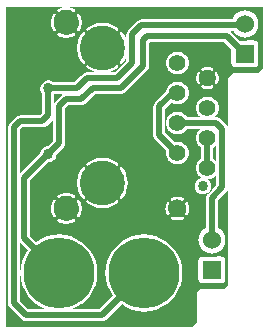
<source format=gbr>
G04 start of page 2 for group 0 idx 0 *
G04 Title: (unknown), top *
G04 Creator: pcb 1.99z *
G04 CreationDate: Wed Dec  9 06:05:37 2015 UTC *
G04 For: commonadmin *
G04 Format: Gerber/RS-274X *
G04 PCB-Dimensions (mil): 900.00 1100.00 *
G04 PCB-Coordinate-Origin: lower left *
%MOIN*%
%FSLAX25Y25*%
%LNTOP*%
%ADD24C,0.0630*%
%ADD23C,0.1280*%
%ADD22C,0.1870*%
%ADD21C,0.0354*%
%ADD20C,0.0380*%
%ADD19C,0.0350*%
%ADD18C,0.0340*%
%ADD17C,0.0827*%
%ADD16C,0.1476*%
%ADD15C,0.2362*%
%ADD14C,0.0551*%
%ADD13C,0.0600*%
%ADD12C,0.0200*%
%ADD11C,0.0001*%
G54D11*G36*
X71073Y109000D02*X86500D01*
Y88500D01*
X85000Y87000D01*
X76500D01*
X75000Y85500D01*
Y68578D01*
X74981Y68814D01*
X74908Y69120D01*
X74788Y69411D01*
X74623Y69679D01*
X74623Y69679D01*
X74419Y69919D01*
X74359Y69970D01*
X72470Y71859D01*
X72419Y71919D01*
X72179Y72123D01*
X72179Y72123D01*
X71911Y72288D01*
X71620Y72408D01*
X71314Y72481D01*
X71073Y72500D01*
Y73326D01*
X71357Y73790D01*
X71583Y74336D01*
X71721Y74911D01*
X71756Y75500D01*
X71721Y76089D01*
X71583Y76664D01*
X71357Y77210D01*
X71073Y77674D01*
Y83536D01*
X71115Y83553D01*
X71183Y83594D01*
X71243Y83644D01*
X71294Y83704D01*
X71334Y83771D01*
X71488Y84096D01*
X71606Y84436D01*
X71692Y84785D01*
X71743Y85141D01*
X71760Y85500D01*
X71743Y85859D01*
X71692Y86215D01*
X71606Y86564D01*
X71488Y86904D01*
X71338Y87231D01*
X71297Y87298D01*
X71245Y87358D01*
X71184Y87409D01*
X71117Y87450D01*
X71073Y87467D01*
Y97500D01*
X73672D01*
X76003Y95169D01*
X76014Y90265D01*
X76069Y90035D01*
X76159Y89817D01*
X76283Y89616D01*
X76436Y89436D01*
X76616Y89283D01*
X76817Y89159D01*
X77035Y89069D01*
X77265Y89014D01*
X77500Y89000D01*
X83735Y89014D01*
X83965Y89069D01*
X84183Y89159D01*
X84384Y89283D01*
X84564Y89436D01*
X84717Y89616D01*
X84841Y89817D01*
X84931Y90035D01*
X84986Y90265D01*
X85000Y90500D01*
X84986Y96735D01*
X84931Y96965D01*
X84841Y97183D01*
X84717Y97384D01*
X84564Y97564D01*
X84384Y97717D01*
X84183Y97841D01*
X83965Y97931D01*
X83735Y97986D01*
X83500Y98000D01*
X78839Y97990D01*
X75970Y100859D01*
X75919Y100919D01*
X75823Y101000D01*
X76754D01*
X76848Y100847D01*
X77308Y100308D01*
X77847Y99848D01*
X78451Y99478D01*
X79105Y99207D01*
X79794Y99042D01*
X80500Y98986D01*
X81206Y99042D01*
X81895Y99207D01*
X82549Y99478D01*
X83153Y99848D01*
X83692Y100308D01*
X84152Y100847D01*
X84522Y101451D01*
X84793Y102105D01*
X84958Y102794D01*
X85000Y103500D01*
X84958Y104206D01*
X84793Y104895D01*
X84522Y105549D01*
X84152Y106153D01*
X83692Y106692D01*
X83153Y107152D01*
X82549Y107522D01*
X81895Y107793D01*
X81206Y107958D01*
X80500Y108014D01*
X79794Y107958D01*
X79105Y107793D01*
X78451Y107522D01*
X77847Y107152D01*
X77308Y106692D01*
X76848Y106153D01*
X76478Y105549D01*
X76251Y105000D01*
X71073D01*
Y109000D01*
G37*
G36*
Y77674D02*X71048Y77714D01*
X70664Y78164D01*
X70214Y78548D01*
X69710Y78857D01*
X69164Y79083D01*
X68589Y79221D01*
X68002Y79267D01*
Y81740D01*
X68359Y81757D01*
X68715Y81808D01*
X69064Y81894D01*
X69404Y82012D01*
X69731Y82162D01*
X69798Y82203D01*
X69858Y82255D01*
X69909Y82316D01*
X69950Y82383D01*
X69980Y82457D01*
X69998Y82534D01*
X70003Y82613D01*
X69996Y82692D01*
X69977Y82769D01*
X69947Y82842D01*
X69905Y82909D01*
X69853Y82969D01*
X69792Y83020D01*
X69724Y83061D01*
X69651Y83091D01*
X69574Y83108D01*
X69495Y83114D01*
X69416Y83107D01*
X69339Y83088D01*
X69267Y83056D01*
X69029Y82943D01*
X68780Y82857D01*
X68524Y82794D01*
X68263Y82757D01*
X68002Y82744D01*
Y88256D01*
X68263Y88243D01*
X68524Y88206D01*
X68780Y88143D01*
X69029Y88057D01*
X69268Y87947D01*
X69340Y87915D01*
X69417Y87896D01*
X69495Y87889D01*
X69573Y87895D01*
X69650Y87913D01*
X69723Y87942D01*
X69790Y87983D01*
X69851Y88033D01*
X69902Y88093D01*
X69944Y88160D01*
X69974Y88232D01*
X69993Y88309D01*
X70000Y88387D01*
X69994Y88466D01*
X69977Y88542D01*
X69947Y88615D01*
X69906Y88683D01*
X69856Y88743D01*
X69796Y88794D01*
X69729Y88834D01*
X69404Y88988D01*
X69064Y89106D01*
X68715Y89192D01*
X68359Y89243D01*
X68002Y89260D01*
Y97500D01*
X71073D01*
Y87467D01*
X71043Y87480D01*
X70966Y87498D01*
X70887Y87503D01*
X70808Y87496D01*
X70731Y87477D01*
X70658Y87447D01*
X70591Y87405D01*
X70531Y87353D01*
X70480Y87292D01*
X70439Y87224D01*
X70409Y87151D01*
X70392Y87074D01*
X70386Y86995D01*
X70393Y86916D01*
X70412Y86839D01*
X70444Y86767D01*
X70557Y86529D01*
X70643Y86280D01*
X70706Y86024D01*
X70743Y85763D01*
X70756Y85500D01*
X70743Y85237D01*
X70706Y84976D01*
X70643Y84720D01*
X70557Y84471D01*
X70447Y84232D01*
X70415Y84160D01*
X70396Y84083D01*
X70389Y84005D01*
X70395Y83927D01*
X70413Y83850D01*
X70442Y83777D01*
X70483Y83710D01*
X70533Y83649D01*
X70593Y83598D01*
X70660Y83556D01*
X70732Y83526D01*
X70809Y83507D01*
X70887Y83500D01*
X70966Y83506D01*
X71042Y83523D01*
X71073Y83536D01*
Y77674D01*
G37*
G36*
Y72500D02*X71000Y72506D01*
X70922Y72500D01*
X70271D01*
X70664Y72836D01*
X71048Y73286D01*
X71073Y73326D01*
Y72500D01*
G37*
G36*
X68002Y109000D02*X71073D01*
Y105000D01*
X68002D01*
Y109000D01*
G37*
G36*
X64927Y73326D02*X64952Y73286D01*
X65336Y72836D01*
X65729Y72500D01*
X64927D01*
Y73326D01*
G37*
G36*
X68002Y79267D02*X68000Y79267D01*
X67411Y79221D01*
X66836Y79083D01*
X66290Y78857D01*
X65786Y78548D01*
X65336Y78164D01*
X64952Y77714D01*
X64927Y77674D01*
Y83533D01*
X64957Y83520D01*
X65034Y83502D01*
X65113Y83497D01*
X65192Y83504D01*
X65269Y83523D01*
X65342Y83553D01*
X65409Y83595D01*
X65469Y83647D01*
X65520Y83708D01*
X65561Y83776D01*
X65591Y83849D01*
X65608Y83926D01*
X65614Y84005D01*
X65607Y84084D01*
X65588Y84161D01*
X65556Y84233D01*
X65443Y84471D01*
X65357Y84720D01*
X65294Y84976D01*
X65257Y85237D01*
X65244Y85500D01*
X65257Y85763D01*
X65294Y86024D01*
X65357Y86280D01*
X65443Y86529D01*
X65553Y86768D01*
X65585Y86840D01*
X65604Y86917D01*
X65611Y86995D01*
X65605Y87073D01*
X65587Y87150D01*
X65558Y87223D01*
X65517Y87290D01*
X65467Y87351D01*
X65407Y87402D01*
X65340Y87444D01*
X65268Y87474D01*
X65191Y87493D01*
X65113Y87500D01*
X65034Y87494D01*
X64958Y87477D01*
X64927Y87464D01*
Y97500D01*
X68002D01*
Y89260D01*
X68000Y89260D01*
X67641Y89243D01*
X67285Y89192D01*
X66936Y89106D01*
X66596Y88988D01*
X66269Y88838D01*
X66202Y88797D01*
X66142Y88745D01*
X66091Y88684D01*
X66050Y88617D01*
X66020Y88543D01*
X66002Y88466D01*
X65997Y88387D01*
X66004Y88308D01*
X66023Y88231D01*
X66053Y88158D01*
X66095Y88091D01*
X66147Y88031D01*
X66208Y87980D01*
X66276Y87939D01*
X66349Y87909D01*
X66426Y87892D01*
X66505Y87886D01*
X66584Y87893D01*
X66661Y87912D01*
X66733Y87944D01*
X66971Y88057D01*
X67220Y88143D01*
X67476Y88206D01*
X67737Y88243D01*
X68000Y88256D01*
X68002Y88256D01*
Y82744D01*
X68000Y82744D01*
X67737Y82757D01*
X67476Y82794D01*
X67220Y82857D01*
X66971Y82943D01*
X66732Y83053D01*
X66660Y83085D01*
X66583Y83104D01*
X66505Y83111D01*
X66427Y83105D01*
X66350Y83087D01*
X66277Y83058D01*
X66210Y83017D01*
X66149Y82967D01*
X66098Y82907D01*
X66056Y82840D01*
X66026Y82768D01*
X66007Y82691D01*
X66000Y82613D01*
X66006Y82534D01*
X66023Y82458D01*
X66053Y82385D01*
X66094Y82317D01*
X66144Y82257D01*
X66204Y82206D01*
X66271Y82166D01*
X66596Y82012D01*
X66936Y81894D01*
X67285Y81808D01*
X67641Y81757D01*
X68000Y81740D01*
X68002Y81740D01*
Y79267D01*
G37*
G36*
X64927Y77674D02*X64643Y77210D01*
X64417Y76664D01*
X64279Y76089D01*
X64233Y75500D01*
X64279Y74911D01*
X64417Y74336D01*
X64643Y73790D01*
X64927Y73326D01*
Y72500D01*
X61179D01*
X61048Y72714D01*
X60664Y73164D01*
X60214Y73548D01*
X59710Y73857D01*
X59164Y74083D01*
X58589Y74221D01*
X58000Y74267D01*
X57411Y74221D01*
X56836Y74083D01*
X56290Y73857D01*
X55875Y73603D01*
Y77046D01*
X56092Y77264D01*
X56290Y77143D01*
X56836Y76917D01*
X57411Y76779D01*
X58000Y76733D01*
X58589Y76779D01*
X59164Y76917D01*
X59710Y77143D01*
X60214Y77452D01*
X60664Y77836D01*
X61048Y78286D01*
X61357Y78790D01*
X61583Y79336D01*
X61721Y79911D01*
X61756Y80500D01*
X61721Y81089D01*
X61583Y81664D01*
X61357Y82210D01*
X61048Y82714D01*
X60664Y83164D01*
X60214Y83548D01*
X59710Y83857D01*
X59164Y84083D01*
X58589Y84221D01*
X58000Y84267D01*
X57411Y84221D01*
X56836Y84083D01*
X56290Y83857D01*
X55875Y83603D01*
Y87397D01*
X56290Y87143D01*
X56836Y86917D01*
X57411Y86779D01*
X58000Y86733D01*
X58589Y86779D01*
X59164Y86917D01*
X59710Y87143D01*
X60214Y87452D01*
X60664Y87836D01*
X61048Y88286D01*
X61357Y88790D01*
X61583Y89336D01*
X61721Y89911D01*
X61756Y90500D01*
X61721Y91089D01*
X61583Y91664D01*
X61357Y92210D01*
X61048Y92714D01*
X60664Y93164D01*
X60214Y93548D01*
X59710Y93857D01*
X59164Y94083D01*
X58589Y94221D01*
X58000Y94267D01*
X57411Y94221D01*
X56836Y94083D01*
X56290Y93857D01*
X55875Y93603D01*
Y97500D01*
X64927D01*
Y87464D01*
X64885Y87447D01*
X64817Y87406D01*
X64757Y87356D01*
X64706Y87296D01*
X64666Y87229D01*
X64512Y86904D01*
X64394Y86564D01*
X64308Y86215D01*
X64257Y85859D01*
X64240Y85500D01*
X64257Y85141D01*
X64308Y84785D01*
X64394Y84436D01*
X64512Y84096D01*
X64662Y83769D01*
X64703Y83702D01*
X64755Y83642D01*
X64816Y83591D01*
X64883Y83550D01*
X64927Y83533D01*
Y77674D01*
G37*
G36*
X55875Y109000D02*X68002D01*
Y105000D01*
X55875D01*
Y109000D01*
G37*
G36*
X69500Y26986D02*X70206Y27042D01*
X70895Y27207D01*
X71549Y27478D01*
X72153Y27848D01*
X72692Y28308D01*
X73152Y28847D01*
X73522Y29451D01*
X73793Y30105D01*
X73958Y30794D01*
X74000Y31500D01*
X73958Y32206D01*
X73793Y32895D01*
X73522Y33549D01*
X73152Y34153D01*
X72692Y34692D01*
X72153Y35152D01*
X71549Y35522D01*
X71500Y35542D01*
Y44672D01*
X74359Y47530D01*
X74419Y47581D01*
X74623Y47820D01*
X74623Y47821D01*
X74788Y48089D01*
X74908Y48380D01*
X74981Y48686D01*
X75000Y48922D01*
Y16500D01*
X73500Y15000D01*
X69500D01*
Y17007D01*
X72735Y17014D01*
X72965Y17069D01*
X73183Y17159D01*
X73384Y17283D01*
X73564Y17436D01*
X73717Y17616D01*
X73841Y17817D01*
X73931Y18035D01*
X73986Y18265D01*
X74000Y18500D01*
X73986Y24735D01*
X73931Y24965D01*
X73841Y25183D01*
X73717Y25384D01*
X73564Y25564D01*
X73384Y25717D01*
X73183Y25841D01*
X72965Y25931D01*
X72735Y25986D01*
X72500Y26000D01*
X69500Y25993D01*
Y26986D01*
G37*
G36*
Y52056D02*X69710Y52143D01*
X70214Y52452D01*
X70664Y52836D01*
X71000Y53229D01*
Y49828D01*
X69500Y48328D01*
Y52056D01*
G37*
G36*
X66000Y62321D02*Y58679D01*
X65786Y58548D01*
X65336Y58164D01*
X64952Y57714D01*
X64643Y57210D01*
X64417Y56664D01*
X64279Y56089D01*
X64233Y55500D01*
X64279Y54911D01*
X64417Y54336D01*
X64643Y53790D01*
X64952Y53286D01*
X65336Y52836D01*
X65786Y52452D01*
X66219Y52186D01*
X66076Y52175D01*
X65663Y52076D01*
X65270Y51913D01*
X64908Y51691D01*
X64585Y51415D01*
X64309Y51092D01*
X64087Y50730D01*
X63924Y50337D01*
X63825Y49924D01*
X63792Y49500D01*
X63825Y49076D01*
X63924Y48663D01*
X64087Y48270D01*
X64309Y47908D01*
X64585Y47585D01*
X64908Y47309D01*
X65270Y47087D01*
X65663Y46924D01*
X66076Y46825D01*
X66500Y46792D01*
X66924Y46825D01*
X67337Y46924D01*
X67730Y47087D01*
X68092Y47309D01*
X68415Y47585D01*
X68691Y47908D01*
X68913Y48270D01*
X69076Y48663D01*
X69175Y49076D01*
X69200Y49500D01*
X69175Y49924D01*
X69076Y50337D01*
X68913Y50730D01*
X68691Y51092D01*
X68415Y51415D01*
X68092Y51691D01*
X68022Y51734D01*
X68589Y51779D01*
X69164Y51917D01*
X69500Y52056D01*
Y48328D01*
X68141Y46970D01*
X68081Y46919D01*
X67877Y46679D01*
X67712Y46411D01*
X67592Y46120D01*
X67519Y45814D01*
X67519Y45814D01*
X67494Y45500D01*
X67500Y45422D01*
Y35542D01*
X67451Y35522D01*
X66847Y35152D01*
X66308Y34692D01*
X65848Y34153D01*
X65478Y33549D01*
X65207Y32895D01*
X65042Y32206D01*
X64986Y31500D01*
X65042Y30794D01*
X65207Y30105D01*
X65478Y29451D01*
X65848Y28847D01*
X66308Y28308D01*
X66847Y27848D01*
X67451Y27478D01*
X68105Y27207D01*
X68794Y27042D01*
X69500Y26986D01*
Y25993D01*
X66265Y25986D01*
X66035Y25931D01*
X65817Y25841D01*
X65616Y25717D01*
X65436Y25564D01*
X65283Y25384D01*
X65159Y25183D01*
X65069Y24965D01*
X65014Y24735D01*
X65000Y24500D01*
X65014Y18265D01*
X65069Y18035D01*
X65159Y17817D01*
X65283Y17616D01*
X65436Y17436D01*
X65616Y17283D01*
X65817Y17159D01*
X66035Y17069D01*
X66265Y17014D01*
X66500Y17000D01*
X69500Y17007D01*
Y15000D01*
X65500D01*
X64500Y14000D01*
Y4000D01*
X63000Y2500D01*
X61284D01*
Y39869D01*
X61287Y39870D01*
X61355Y39909D01*
X61416Y39958D01*
X61469Y40017D01*
X61511Y40083D01*
X61674Y40408D01*
X61803Y40748D01*
X61901Y41098D01*
X61967Y41456D01*
X62000Y41818D01*
Y42182D01*
X61967Y42544D01*
X61901Y42902D01*
X61803Y43252D01*
X61674Y43592D01*
X61515Y43919D01*
X61472Y43985D01*
X61419Y44044D01*
X61357Y44094D01*
X61288Y44133D01*
X61284Y44135D01*
Y58670D01*
X61357Y58790D01*
X61583Y59336D01*
X61721Y59911D01*
X61756Y60500D01*
X61721Y61089D01*
X61583Y61664D01*
X61357Y62210D01*
X61284Y62330D01*
Y68500D01*
X65729D01*
X65336Y68164D01*
X64952Y67714D01*
X64643Y67210D01*
X64417Y66664D01*
X64279Y66089D01*
X64233Y65500D01*
X64279Y64911D01*
X64417Y64336D01*
X64643Y63790D01*
X64952Y63286D01*
X65336Y62836D01*
X65786Y62452D01*
X66000Y62321D01*
G37*
G36*
X61284Y62330D02*X61048Y62714D01*
X60664Y63164D01*
X60214Y63548D01*
X59710Y63857D01*
X59164Y64083D01*
X58589Y64221D01*
X58000Y64267D01*
X57411Y64221D01*
X57166Y64162D01*
X55875Y65454D01*
Y67397D01*
X56290Y67143D01*
X56836Y66917D01*
X57411Y66779D01*
X58000Y66733D01*
X58589Y66779D01*
X59164Y66917D01*
X59710Y67143D01*
X60214Y67452D01*
X60664Y67836D01*
X61048Y68286D01*
X61179Y68500D01*
X61284D01*
Y62330D01*
G37*
G36*
Y2500D02*X55875D01*
Y11364D01*
X55933Y11413D01*
X57243Y12947D01*
X58296Y14666D01*
X59068Y16529D01*
X59539Y18490D01*
X59657Y20500D01*
X59539Y22510D01*
X59068Y24471D01*
X58296Y26334D01*
X57243Y28053D01*
X55933Y29587D01*
X55875Y29636D01*
Y38704D01*
X55909Y38645D01*
X55958Y38584D01*
X56017Y38531D01*
X56083Y38489D01*
X56408Y38326D01*
X56748Y38197D01*
X57098Y38099D01*
X57456Y38033D01*
X57818Y38000D01*
X58182D01*
X58544Y38033D01*
X58902Y38099D01*
X59252Y38197D01*
X59592Y38326D01*
X59919Y38485D01*
X59985Y38528D01*
X60044Y38581D01*
X60094Y38643D01*
X60133Y38712D01*
X60161Y38786D01*
X60177Y38863D01*
X60181Y38942D01*
X60173Y39021D01*
X60152Y39097D01*
X60120Y39170D01*
X60077Y39236D01*
X60024Y39295D01*
X59962Y39344D01*
X59893Y39384D01*
X59819Y39412D01*
X59742Y39428D01*
X59663Y39432D01*
X59584Y39424D01*
X59507Y39403D01*
X59436Y39370D01*
X59193Y39247D01*
X58938Y39150D01*
X58676Y39077D01*
X58408Y39028D01*
X58136Y39003D01*
X57864D01*
X57592Y39028D01*
X57324Y39077D01*
X57062Y39150D01*
X56807Y39247D01*
X56563Y39367D01*
X56491Y39400D01*
X56415Y39421D01*
X56337Y39429D01*
X56259Y39425D01*
X56182Y39409D01*
X56108Y39381D01*
X56040Y39342D01*
X55979Y39293D01*
X55926Y39234D01*
X55883Y39168D01*
X55875Y39151D01*
Y44842D01*
X55880Y44830D01*
X55923Y44764D01*
X55976Y44705D01*
X56038Y44656D01*
X56107Y44616D01*
X56181Y44588D01*
X56258Y44572D01*
X56337Y44568D01*
X56416Y44576D01*
X56493Y44597D01*
X56564Y44630D01*
X56807Y44753D01*
X57062Y44850D01*
X57324Y44923D01*
X57592Y44972D01*
X57864Y44997D01*
X58136D01*
X58408Y44972D01*
X58676Y44923D01*
X58938Y44850D01*
X59193Y44753D01*
X59437Y44633D01*
X59509Y44600D01*
X59584Y44579D01*
X59663Y44571D01*
X59741Y44575D01*
X59818Y44591D01*
X59892Y44619D01*
X59960Y44658D01*
X60021Y44707D01*
X60074Y44766D01*
X60117Y44832D01*
X60149Y44904D01*
X60170Y44980D01*
X60178Y45058D01*
X60174Y45136D01*
X60158Y45213D01*
X60130Y45287D01*
X60091Y45355D01*
X60042Y45416D01*
X59983Y45469D01*
X59917Y45511D01*
X59592Y45674D01*
X59252Y45803D01*
X58902Y45901D01*
X58544Y45967D01*
X58182Y46000D01*
X57818D01*
X57456Y45967D01*
X57098Y45901D01*
X56748Y45803D01*
X56408Y45674D01*
X56081Y45515D01*
X56015Y45472D01*
X55956Y45419D01*
X55906Y45357D01*
X55875Y45302D01*
Y57397D01*
X56290Y57143D01*
X56836Y56917D01*
X57411Y56779D01*
X58000Y56733D01*
X58589Y56779D01*
X59164Y56917D01*
X59710Y57143D01*
X60214Y57452D01*
X60664Y57836D01*
X61048Y58286D01*
X61284Y58670D01*
Y44135D01*
X61214Y44161D01*
X61137Y44177D01*
X61058Y44181D01*
X60979Y44173D01*
X60903Y44152D01*
X60830Y44120D01*
X60764Y44077D01*
X60705Y44024D01*
X60656Y43962D01*
X60616Y43893D01*
X60588Y43819D01*
X60572Y43742D01*
X60568Y43663D01*
X60576Y43584D01*
X60597Y43507D01*
X60630Y43436D01*
X60753Y43193D01*
X60850Y42938D01*
X60923Y42676D01*
X60972Y42408D01*
X60997Y42136D01*
Y41864D01*
X60972Y41592D01*
X60923Y41324D01*
X60850Y41062D01*
X60753Y40807D01*
X60633Y40563D01*
X60600Y40491D01*
X60579Y40416D01*
X60571Y40337D01*
X60575Y40259D01*
X60591Y40182D01*
X60619Y40108D01*
X60658Y40040D01*
X60707Y39979D01*
X60766Y39926D01*
X60832Y39883D01*
X60904Y39851D01*
X60980Y39830D01*
X61058Y39822D01*
X61136Y39826D01*
X61213Y39842D01*
X61284Y39869D01*
Y2500D01*
G37*
G36*
X54716Y88670D02*X54952Y88286D01*
X55336Y87836D01*
X55786Y87452D01*
X55875Y87397D01*
Y83603D01*
X55786Y83548D01*
X55336Y83164D01*
X54952Y82714D01*
X54716Y82330D01*
Y88670D01*
G37*
G36*
Y97500D02*X55875D01*
Y93603D01*
X55786Y93548D01*
X55336Y93164D01*
X54952Y92714D01*
X54716Y92330D01*
Y97500D01*
G37*
G36*
Y58670D02*X54952Y58286D01*
X55336Y57836D01*
X55786Y57452D01*
X55875Y57397D01*
Y45302D01*
X55867Y45288D01*
X55839Y45214D01*
X55823Y45137D01*
X55819Y45058D01*
X55827Y44979D01*
X55848Y44903D01*
X55875Y44842D01*
Y39151D01*
X55851Y39096D01*
X55830Y39020D01*
X55822Y38942D01*
X55826Y38864D01*
X55842Y38787D01*
X55870Y38713D01*
X55875Y38704D01*
Y29636D01*
X54716Y30626D01*
Y39865D01*
X54786Y39839D01*
X54863Y39823D01*
X54942Y39819D01*
X55021Y39827D01*
X55097Y39848D01*
X55170Y39880D01*
X55236Y39923D01*
X55295Y39976D01*
X55344Y40038D01*
X55384Y40107D01*
X55412Y40181D01*
X55428Y40258D01*
X55432Y40337D01*
X55424Y40416D01*
X55403Y40493D01*
X55370Y40564D01*
X55247Y40807D01*
X55150Y41062D01*
X55077Y41324D01*
X55028Y41592D01*
X55003Y41864D01*
Y42136D01*
X55028Y42408D01*
X55077Y42676D01*
X55150Y42938D01*
X55247Y43193D01*
X55367Y43437D01*
X55400Y43509D01*
X55421Y43585D01*
X55429Y43663D01*
X55425Y43741D01*
X55409Y43818D01*
X55381Y43892D01*
X55342Y43960D01*
X55293Y44021D01*
X55234Y44074D01*
X55168Y44117D01*
X55096Y44149D01*
X55020Y44170D01*
X54942Y44178D01*
X54864Y44174D01*
X54787Y44158D01*
X54716Y44131D01*
Y58670D01*
G37*
G36*
X40054Y52668D02*X40205Y52107D01*
X40318Y51469D01*
X40375Y50824D01*
Y50176D01*
X40318Y49531D01*
X40205Y48893D01*
X40054Y48332D01*
Y52668D01*
G37*
G36*
X54285Y81113D02*X50641Y77470D01*
X50581Y77419D01*
X50377Y77179D01*
X50212Y76911D01*
X50092Y76620D01*
X50019Y76314D01*
X50019Y76314D01*
X49994Y76000D01*
X50000Y75922D01*
Y66578D01*
X49994Y66500D01*
X50019Y66186D01*
X50074Y65954D01*
X50092Y65880D01*
X50127Y65795D01*
X50212Y65589D01*
X50377Y65321D01*
X50377Y65321D01*
X50581Y65081D01*
X50641Y65030D01*
X54338Y61334D01*
X54279Y61089D01*
X54233Y60500D01*
X54279Y59911D01*
X54417Y59336D01*
X54643Y58790D01*
X54716Y58670D01*
Y44131D01*
X54713Y44130D01*
X54645Y44091D01*
X54584Y44042D01*
X54531Y43983D01*
X54489Y43917D01*
X54326Y43592D01*
X54197Y43252D01*
X54099Y42902D01*
X54033Y42544D01*
X54000Y42182D01*
Y41818D01*
X54033Y41456D01*
X54099Y41098D01*
X54197Y40748D01*
X54326Y40408D01*
X54485Y40081D01*
X54528Y40015D01*
X54581Y39956D01*
X54643Y39906D01*
X54712Y39867D01*
X54716Y39865D01*
Y30626D01*
X54400Y30896D01*
X52680Y31950D01*
X50817Y32722D01*
X48857Y33192D01*
X46846Y33351D01*
X44836Y33192D01*
X42875Y32722D01*
X41012Y31950D01*
X40054Y31362D01*
Y45958D01*
X40060Y45967D01*
X40431Y46604D01*
X40744Y47271D01*
X40997Y47962D01*
X41189Y48673D01*
X41317Y49398D01*
X41382Y50132D01*
Y50868D01*
X41317Y51602D01*
X41189Y52327D01*
X40997Y53038D01*
X40744Y53729D01*
X40431Y54396D01*
X40060Y55033D01*
X40054Y55042D01*
Y80418D01*
X40161Y80462D01*
X40429Y80627D01*
X40669Y80831D01*
X40720Y80891D01*
X47859Y88030D01*
X47919Y88081D01*
X48123Y88320D01*
X48123Y88321D01*
X48288Y88589D01*
X48408Y88880D01*
X48481Y89186D01*
X48506Y89500D01*
X48500Y89578D01*
Y97172D01*
X48828Y97500D01*
X54716D01*
Y92330D01*
X54643Y92210D01*
X54417Y91664D01*
X54279Y91089D01*
X54233Y90500D01*
X54279Y89911D01*
X54417Y89336D01*
X54643Y88790D01*
X54716Y88670D01*
Y82330D01*
X54643Y82210D01*
X54417Y81664D01*
X54285Y81113D01*
G37*
G36*
X40054Y31362D02*X39293Y30896D01*
X37760Y29587D01*
X36450Y28053D01*
X35397Y26334D01*
X34625Y24471D01*
X34154Y22510D01*
X33996Y20500D01*
X34154Y18490D01*
X34625Y16529D01*
X35397Y14666D01*
X36450Y12947D01*
X36528Y12856D01*
X33004Y9332D01*
Y42118D01*
X33368D01*
X34102Y42183D01*
X34827Y42311D01*
X35538Y42503D01*
X36229Y42756D01*
X36896Y43069D01*
X37533Y43440D01*
X38134Y43864D01*
X38194Y43918D01*
X38244Y43980D01*
X38283Y44049D01*
X38312Y44124D01*
X38328Y44202D01*
X38332Y44282D01*
X38323Y44361D01*
X38302Y44438D01*
X38269Y44511D01*
X38226Y44578D01*
X38172Y44637D01*
X38110Y44687D01*
X38040Y44726D01*
X37966Y44755D01*
X37888Y44771D01*
X37808Y44775D01*
X37729Y44766D01*
X37652Y44745D01*
X37579Y44712D01*
X37513Y44667D01*
X36988Y44288D01*
X36428Y43962D01*
X35841Y43687D01*
X35233Y43464D01*
X34607Y43295D01*
X33969Y43182D01*
X33324Y43125D01*
X33004D01*
Y57875D01*
X33324D01*
X33969Y57818D01*
X34607Y57705D01*
X35233Y57536D01*
X35841Y57313D01*
X36428Y57038D01*
X36988Y56712D01*
X37517Y56338D01*
X37582Y56294D01*
X37654Y56262D01*
X37730Y56241D01*
X37808Y56232D01*
X37887Y56236D01*
X37964Y56252D01*
X38037Y56280D01*
X38106Y56319D01*
X38167Y56369D01*
X38220Y56427D01*
X38263Y56493D01*
X38295Y56564D01*
X38316Y56640D01*
X38325Y56719D01*
X38321Y56797D01*
X38305Y56874D01*
X38277Y56948D01*
X38238Y57016D01*
X38189Y57078D01*
X38129Y57129D01*
X37533Y57560D01*
X36896Y57931D01*
X36229Y58244D01*
X35538Y58497D01*
X34827Y58689D01*
X34102Y58817D01*
X33368Y58882D01*
X33004D01*
Y80250D01*
X39172D01*
X39250Y80244D01*
X39564Y80269D01*
X39564Y80269D01*
X39870Y80342D01*
X40054Y80418D01*
Y55042D01*
X39636Y55634D01*
X39582Y55694D01*
X39520Y55744D01*
X39451Y55783D01*
X39376Y55812D01*
X39298Y55828D01*
X39218Y55832D01*
X39139Y55823D01*
X39062Y55802D01*
X38989Y55769D01*
X38922Y55726D01*
X38863Y55672D01*
X38813Y55610D01*
X38774Y55540D01*
X38745Y55466D01*
X38729Y55388D01*
X38725Y55308D01*
X38734Y55229D01*
X38755Y55152D01*
X38788Y55079D01*
X38833Y55013D01*
X39212Y54488D01*
X39538Y53928D01*
X39813Y53341D01*
X40036Y52733D01*
X40054Y52668D01*
Y48332D01*
X40036Y48267D01*
X39813Y47659D01*
X39538Y47072D01*
X39212Y46512D01*
X38838Y45983D01*
X38794Y45918D01*
X38762Y45846D01*
X38741Y45770D01*
X38732Y45692D01*
X38736Y45613D01*
X38752Y45536D01*
X38780Y45463D01*
X38819Y45394D01*
X38869Y45333D01*
X38927Y45280D01*
X38993Y45237D01*
X39064Y45205D01*
X39140Y45184D01*
X39219Y45175D01*
X39297Y45179D01*
X39374Y45195D01*
X39448Y45223D01*
X39516Y45262D01*
X39578Y45311D01*
X39629Y45371D01*
X40054Y45958D01*
Y31362D01*
G37*
G36*
X33004Y9332D02*X32172Y8500D01*
X25946D01*
Y10038D01*
X26053Y10104D01*
X27587Y11413D01*
X28896Y12947D01*
X29950Y14666D01*
X30722Y16529D01*
X31192Y18490D01*
X31311Y20500D01*
X31192Y22510D01*
X30722Y24471D01*
X29950Y26334D01*
X28896Y28053D01*
X27587Y29587D01*
X26053Y30896D01*
X25946Y30962D01*
Y40689D01*
X26008Y40919D01*
X26087Y41362D01*
X26126Y41810D01*
Y42261D01*
X26087Y42709D01*
X26008Y43152D01*
X25946Y43381D01*
Y45958D01*
X26364Y45366D01*
X26418Y45306D01*
X26480Y45256D01*
X26549Y45217D01*
X26624Y45188D01*
X26702Y45172D01*
X26782Y45168D01*
X26861Y45177D01*
X26938Y45198D01*
X27011Y45231D01*
X27078Y45274D01*
X27137Y45328D01*
X27187Y45390D01*
X27226Y45460D01*
X27255Y45534D01*
X27271Y45612D01*
X27275Y45692D01*
X27266Y45771D01*
X27245Y45848D01*
X27212Y45921D01*
X27167Y45987D01*
X26788Y46512D01*
X26462Y47072D01*
X26187Y47659D01*
X25964Y48267D01*
X25946Y48332D01*
Y52668D01*
X25964Y52733D01*
X26187Y53341D01*
X26462Y53928D01*
X26788Y54488D01*
X27162Y55017D01*
X27206Y55082D01*
X27238Y55154D01*
X27259Y55230D01*
X27268Y55308D01*
X27264Y55387D01*
X27248Y55464D01*
X27220Y55537D01*
X27181Y55606D01*
X27131Y55667D01*
X27073Y55720D01*
X27007Y55763D01*
X26936Y55795D01*
X26860Y55816D01*
X26781Y55825D01*
X26703Y55821D01*
X26626Y55805D01*
X26552Y55777D01*
X26484Y55738D01*
X26422Y55689D01*
X26371Y55629D01*
X25946Y55042D01*
Y76498D01*
X26000Y76494D01*
X26314Y76519D01*
X26314Y76519D01*
X26620Y76592D01*
X26911Y76712D01*
X27179Y76877D01*
X27419Y77081D01*
X27470Y77141D01*
X30578Y80250D01*
X33004D01*
Y58882D01*
X32632D01*
X31898Y58817D01*
X31173Y58689D01*
X30462Y58497D01*
X29771Y58244D01*
X29104Y57931D01*
X28467Y57560D01*
X27866Y57136D01*
X27806Y57082D01*
X27756Y57020D01*
X27717Y56951D01*
X27688Y56876D01*
X27672Y56798D01*
X27668Y56718D01*
X27677Y56639D01*
X27698Y56562D01*
X27731Y56489D01*
X27774Y56422D01*
X27828Y56363D01*
X27890Y56313D01*
X27960Y56274D01*
X28034Y56245D01*
X28112Y56229D01*
X28192Y56225D01*
X28271Y56234D01*
X28348Y56255D01*
X28421Y56288D01*
X28487Y56333D01*
X29012Y56712D01*
X29572Y57038D01*
X30159Y57313D01*
X30767Y57536D01*
X31393Y57705D01*
X32031Y57818D01*
X32676Y57875D01*
X33004D01*
Y43125D01*
X32676D01*
X32031Y43182D01*
X31393Y43295D01*
X30767Y43464D01*
X30159Y43687D01*
X29572Y43962D01*
X29012Y44288D01*
X28483Y44662D01*
X28418Y44706D01*
X28346Y44738D01*
X28270Y44759D01*
X28192Y44768D01*
X28113Y44764D01*
X28036Y44748D01*
X27963Y44720D01*
X27894Y44681D01*
X27833Y44631D01*
X27780Y44573D01*
X27737Y44507D01*
X27705Y44436D01*
X27684Y44360D01*
X27675Y44281D01*
X27679Y44203D01*
X27695Y44126D01*
X27723Y44052D01*
X27762Y43984D01*
X27811Y43922D01*
X27871Y43871D01*
X28467Y43440D01*
X29104Y43069D01*
X29771Y42756D01*
X30462Y42503D01*
X31173Y42311D01*
X31898Y42183D01*
X32632Y42118D01*
X33004D01*
Y9332D01*
G37*
G36*
X25946Y48332D02*X25795Y48893D01*
X25682Y49531D01*
X25625Y50176D01*
Y50824D01*
X25682Y51469D01*
X25795Y52107D01*
X25946Y52668D01*
Y48332D01*
G37*
G36*
Y30962D02*X24334Y31950D01*
X22471Y32722D01*
X20994Y33076D01*
Y36902D01*
X21217D01*
X21666Y36941D01*
X22109Y37019D01*
X22544Y37136D01*
X22966Y37291D01*
X23374Y37482D01*
X23763Y37708D01*
X23827Y37755D01*
X23882Y37813D01*
X23927Y37878D01*
X23962Y37949D01*
X23985Y38025D01*
X23996Y38104D01*
X23994Y38183D01*
X23980Y38261D01*
X23954Y38336D01*
X23917Y38406D01*
X23869Y38469D01*
X23812Y38524D01*
X23747Y38569D01*
X23675Y38604D01*
X23599Y38627D01*
X23521Y38638D01*
X23441Y38636D01*
X23363Y38622D01*
X23288Y38596D01*
X23219Y38558D01*
X22908Y38372D01*
X22580Y38219D01*
X22240Y38094D01*
X21891Y38000D01*
X21534Y37937D01*
X21173Y37906D01*
X20994D01*
Y46165D01*
X21173D01*
X21534Y46134D01*
X21891Y46070D01*
X22240Y45976D01*
X22580Y45852D01*
X22908Y45698D01*
X23221Y45517D01*
X23290Y45478D01*
X23364Y45452D01*
X23442Y45439D01*
X23521Y45437D01*
X23599Y45448D01*
X23674Y45471D01*
X23745Y45505D01*
X23809Y45550D01*
X23866Y45604D01*
X23913Y45667D01*
X23951Y45737D01*
X23976Y45811D01*
X23990Y45888D01*
X23992Y45967D01*
X23981Y46045D01*
X23958Y46120D01*
X23924Y46191D01*
X23879Y46256D01*
X23824Y46313D01*
X23761Y46359D01*
X23374Y46589D01*
X22966Y46780D01*
X22544Y46934D01*
X22109Y47051D01*
X21666Y47130D01*
X21217Y47169D01*
X20994D01*
Y75666D01*
X21828Y76500D01*
X25922D01*
X25946Y76498D01*
Y55042D01*
X25940Y55033D01*
X25569Y54396D01*
X25256Y53729D01*
X25003Y53038D01*
X24811Y52327D01*
X24683Y51602D01*
X24618Y50868D01*
Y50132D01*
X24683Y49398D01*
X24811Y48673D01*
X25003Y47962D01*
X25256Y47271D01*
X25569Y46604D01*
X25940Y45967D01*
X25946Y45958D01*
Y43381D01*
X25891Y43587D01*
X25737Y44010D01*
X25546Y44417D01*
X25320Y44807D01*
X25272Y44870D01*
X25215Y44925D01*
X25150Y44971D01*
X25079Y45005D01*
X25003Y45028D01*
X24924Y45039D01*
X24845Y45038D01*
X24767Y45024D01*
X24692Y44998D01*
X24622Y44960D01*
X24559Y44912D01*
X24504Y44855D01*
X24458Y44790D01*
X24424Y44719D01*
X24401Y44643D01*
X24390Y44564D01*
X24391Y44485D01*
X24405Y44407D01*
X24431Y44332D01*
X24470Y44263D01*
X24655Y43952D01*
X24809Y43624D01*
X24933Y43284D01*
X25027Y42934D01*
X25090Y42577D01*
X25122Y42217D01*
Y41854D01*
X25090Y41494D01*
X25027Y41137D01*
X24933Y40787D01*
X24809Y40447D01*
X24655Y40119D01*
X24473Y39806D01*
X24435Y39738D01*
X24409Y39663D01*
X24395Y39586D01*
X24394Y39507D01*
X24404Y39429D01*
X24427Y39354D01*
X24462Y39283D01*
X24507Y39218D01*
X24561Y39162D01*
X24624Y39114D01*
X24693Y39077D01*
X24768Y39051D01*
X24845Y39037D01*
X24924Y39036D01*
X25002Y39047D01*
X25077Y39069D01*
X25148Y39104D01*
X25212Y39149D01*
X25269Y39203D01*
X25315Y39267D01*
X25546Y39653D01*
X25737Y40061D01*
X25891Y40484D01*
X25946Y40689D01*
Y30962D01*
G37*
G36*
X20994Y33076D02*X20510Y33192D01*
X18500Y33351D01*
X16726Y33211D01*
Y39187D01*
X16769Y39146D01*
X16834Y39100D01*
X16906Y39066D01*
X16982Y39043D01*
X17060Y39032D01*
X17140Y39033D01*
X17218Y39047D01*
X17293Y39073D01*
X17362Y39111D01*
X17426Y39159D01*
X17481Y39216D01*
X17526Y39281D01*
X17561Y39352D01*
X17584Y39428D01*
X17595Y39507D01*
X17593Y39586D01*
X17579Y39664D01*
X17553Y39739D01*
X17514Y39808D01*
X17329Y40119D01*
X17176Y40447D01*
X17051Y40787D01*
X16957Y41137D01*
X16894Y41494D01*
X16862Y41854D01*
Y42217D01*
X16894Y42577D01*
X16957Y42934D01*
X17051Y43284D01*
X17176Y43624D01*
X17329Y43952D01*
X17511Y44265D01*
X17549Y44333D01*
X17575Y44408D01*
X17589Y44485D01*
X17591Y44564D01*
X17580Y44642D01*
X17557Y44717D01*
X17523Y44788D01*
X17478Y44853D01*
X17423Y44909D01*
X17360Y44957D01*
X17291Y44994D01*
X17217Y45020D01*
X17139Y45034D01*
X17060Y45035D01*
X16982Y45024D01*
X16907Y45002D01*
X16836Y44967D01*
X16772Y44922D01*
X16726Y44879D01*
Y58124D01*
X16915Y58285D01*
X17191Y58608D01*
X17413Y58970D01*
X17576Y59363D01*
X17675Y59776D01*
X17692Y60064D01*
X19859Y62230D01*
X19919Y62281D01*
X20123Y62520D01*
X20123Y62521D01*
X20288Y62789D01*
X20408Y63080D01*
X20481Y63386D01*
X20506Y63700D01*
X20500Y63778D01*
Y75172D01*
X20994Y75666D01*
Y47169D01*
X20767D01*
X20319Y47130D01*
X19875Y47051D01*
X19441Y46934D01*
X19018Y46780D01*
X18610Y46589D01*
X18221Y46363D01*
X18157Y46316D01*
X18102Y46258D01*
X18057Y46193D01*
X18022Y46122D01*
X17999Y46046D01*
X17988Y45967D01*
X17990Y45888D01*
X18004Y45810D01*
X18030Y45735D01*
X18067Y45665D01*
X18115Y45602D01*
X18172Y45547D01*
X18238Y45502D01*
X18309Y45467D01*
X18385Y45444D01*
X18463Y45433D01*
X18543Y45435D01*
X18621Y45449D01*
X18696Y45475D01*
X18765Y45513D01*
X19076Y45698D01*
X19404Y45852D01*
X19744Y45976D01*
X20094Y46070D01*
X20450Y46134D01*
X20811Y46165D01*
X20994D01*
Y37906D01*
X20811D01*
X20450Y37937D01*
X20094Y38000D01*
X19744Y38094D01*
X19404Y38219D01*
X19076Y38372D01*
X18763Y38554D01*
X18694Y38593D01*
X18620Y38618D01*
X18542Y38632D01*
X18464Y38634D01*
X18386Y38623D01*
X18310Y38600D01*
X18240Y38566D01*
X18175Y38521D01*
X18118Y38466D01*
X18071Y38404D01*
X18034Y38334D01*
X18008Y38260D01*
X17994Y38182D01*
X17992Y38104D01*
X18003Y38026D01*
X18026Y37950D01*
X18060Y37880D01*
X18105Y37815D01*
X18160Y37758D01*
X18223Y37712D01*
X18610Y37482D01*
X19018Y37291D01*
X19441Y37136D01*
X19875Y37019D01*
X20319Y36941D01*
X20767Y36902D01*
X20994D01*
Y33076D01*
G37*
G36*
X16726Y33211D02*X16490Y33192D01*
X14529Y32722D01*
X12666Y31950D01*
X10947Y30896D01*
X10939Y30890D01*
X9000Y32828D01*
Y51372D01*
X15130Y57502D01*
X15424Y57525D01*
X15837Y57624D01*
X16230Y57787D01*
X16592Y58009D01*
X16726Y58124D01*
Y44879D01*
X16715Y44868D01*
X16669Y44804D01*
X16439Y44417D01*
X16248Y44010D01*
X16093Y43587D01*
X15976Y43152D01*
X15898Y42709D01*
X15858Y42261D01*
Y41810D01*
X15898Y41362D01*
X15976Y40919D01*
X16093Y40484D01*
X16248Y40061D01*
X16439Y39653D01*
X16665Y39264D01*
X16712Y39201D01*
X16726Y39187D01*
Y33211D01*
G37*
G36*
X25946Y8500D02*X23006D01*
X24334Y9050D01*
X25946Y10038D01*
Y8500D01*
G37*
G36*
X55875Y73603D02*X55786Y73548D01*
X55336Y73164D01*
X54952Y72714D01*
X54643Y72210D01*
X54417Y71664D01*
X54279Y71089D01*
X54233Y70500D01*
X54279Y69911D01*
X54417Y69336D01*
X54643Y68790D01*
X54952Y68286D01*
X55336Y67836D01*
X55786Y67452D01*
X55875Y67397D01*
Y65454D01*
X54000Y67328D01*
Y75172D01*
X55875Y77046D01*
Y73603D01*
G37*
G36*
X32996Y109000D02*X55875D01*
Y105000D01*
X46078D01*
X46000Y105006D01*
X45686Y104981D01*
X45380Y104908D01*
X45089Y104788D01*
X44821Y104623D01*
X44820Y104623D01*
X44581Y104419D01*
X44530Y104359D01*
X41641Y101470D01*
X41581Y101419D01*
X41377Y101179D01*
X41212Y100911D01*
X41092Y100620D01*
X41019Y100314D01*
X41019Y100314D01*
X40994Y100000D01*
X41000Y99922D01*
Y98026D01*
X40997Y98038D01*
X40744Y98729D01*
X40431Y99396D01*
X40060Y100033D01*
X39636Y100634D01*
X39582Y100694D01*
X39520Y100744D01*
X39451Y100783D01*
X39376Y100812D01*
X39298Y100828D01*
X39218Y100832D01*
X39139Y100823D01*
X39062Y100802D01*
X38989Y100769D01*
X38922Y100726D01*
X38863Y100672D01*
X38813Y100610D01*
X38774Y100540D01*
X38745Y100466D01*
X38729Y100388D01*
X38725Y100308D01*
X38734Y100229D01*
X38755Y100152D01*
X38788Y100079D01*
X38833Y100013D01*
X39212Y99488D01*
X39538Y98928D01*
X39813Y98341D01*
X40036Y97733D01*
X40205Y97107D01*
X40318Y96469D01*
X40375Y95824D01*
Y95176D01*
X40318Y94531D01*
X40205Y93893D01*
X40036Y93267D01*
X39813Y92659D01*
X39538Y92072D01*
X39212Y91512D01*
X38838Y90983D01*
X38794Y90918D01*
X38762Y90846D01*
X38741Y90770D01*
X38732Y90692D01*
X38736Y90613D01*
X38752Y90536D01*
X38780Y90463D01*
X38819Y90394D01*
X38869Y90333D01*
X38927Y90280D01*
X38993Y90237D01*
X39064Y90205D01*
X39140Y90184D01*
X39219Y90175D01*
X39297Y90179D01*
X39374Y90195D01*
X39448Y90223D01*
X39516Y90262D01*
X39578Y90311D01*
X39629Y90371D01*
X40060Y90967D01*
X40431Y91604D01*
X40744Y92271D01*
X40997Y92962D01*
X41000Y92974D01*
Y91328D01*
X37172Y87500D01*
X35526D01*
X35538Y87503D01*
X36229Y87756D01*
X36896Y88069D01*
X37533Y88440D01*
X38134Y88864D01*
X38194Y88918D01*
X38244Y88980D01*
X38283Y89049D01*
X38312Y89124D01*
X38328Y89202D01*
X38332Y89282D01*
X38323Y89361D01*
X38302Y89438D01*
X38269Y89511D01*
X38226Y89578D01*
X38172Y89637D01*
X38110Y89687D01*
X38040Y89726D01*
X37966Y89755D01*
X37888Y89771D01*
X37808Y89775D01*
X37729Y89766D01*
X37652Y89745D01*
X37579Y89712D01*
X37513Y89667D01*
X36988Y89288D01*
X36428Y88962D01*
X35841Y88687D01*
X35233Y88464D01*
X34607Y88295D01*
X33969Y88182D01*
X33324Y88125D01*
X32996D01*
Y102875D01*
X33324D01*
X33969Y102818D01*
X34607Y102705D01*
X35233Y102536D01*
X35841Y102313D01*
X36428Y102038D01*
X36988Y101712D01*
X37517Y101338D01*
X37582Y101294D01*
X37654Y101262D01*
X37730Y101241D01*
X37808Y101232D01*
X37887Y101236D01*
X37964Y101252D01*
X38037Y101280D01*
X38106Y101319D01*
X38167Y101369D01*
X38220Y101427D01*
X38263Y101493D01*
X38295Y101564D01*
X38316Y101640D01*
X38325Y101719D01*
X38321Y101797D01*
X38305Y101874D01*
X38277Y101948D01*
X38238Y102016D01*
X38189Y102078D01*
X38129Y102129D01*
X37533Y102560D01*
X36896Y102931D01*
X36229Y103244D01*
X35538Y103497D01*
X34827Y103689D01*
X34102Y103817D01*
X33368Y103882D01*
X32996D01*
Y109000D01*
G37*
G36*
X55875Y2500D02*X32996D01*
Y4494D01*
X33000Y4494D01*
X33314Y4519D01*
X33620Y4592D01*
X33911Y4712D01*
X34179Y4877D01*
X34419Y5081D01*
X34470Y5141D01*
X39379Y10051D01*
X41012Y9050D01*
X42875Y8278D01*
X44836Y7808D01*
X46846Y7649D01*
X48857Y7808D01*
X50817Y8278D01*
X52680Y9050D01*
X54400Y10104D01*
X55875Y11364D01*
Y2500D01*
G37*
G36*
X25946Y109000D02*X32996D01*
Y103882D01*
X32632D01*
X31898Y103817D01*
X31173Y103689D01*
X30462Y103497D01*
X29771Y103244D01*
X29104Y102931D01*
X28467Y102560D01*
X27866Y102136D01*
X27806Y102082D01*
X27756Y102020D01*
X27717Y101951D01*
X27688Y101876D01*
X27672Y101798D01*
X27668Y101718D01*
X27677Y101639D01*
X27698Y101562D01*
X27731Y101489D01*
X27774Y101422D01*
X27828Y101363D01*
X27890Y101313D01*
X27960Y101274D01*
X28034Y101245D01*
X28112Y101229D01*
X28192Y101225D01*
X28271Y101234D01*
X28348Y101255D01*
X28421Y101288D01*
X28487Y101333D01*
X29012Y101712D01*
X29572Y102038D01*
X30159Y102313D01*
X30767Y102536D01*
X31393Y102705D01*
X32031Y102818D01*
X32676Y102875D01*
X32996D01*
Y88125D01*
X32676D01*
X32031Y88182D01*
X31393Y88295D01*
X30767Y88464D01*
X30159Y88687D01*
X29572Y88962D01*
X29012Y89288D01*
X28483Y89662D01*
X28418Y89706D01*
X28346Y89738D01*
X28270Y89759D01*
X28192Y89768D01*
X28113Y89764D01*
X28036Y89748D01*
X27963Y89720D01*
X27894Y89681D01*
X27833Y89631D01*
X27780Y89573D01*
X27737Y89507D01*
X27705Y89436D01*
X27684Y89360D01*
X27675Y89281D01*
X27679Y89203D01*
X27695Y89126D01*
X27723Y89052D01*
X27762Y88984D01*
X27811Y88922D01*
X27871Y88871D01*
X28467Y88440D01*
X29104Y88069D01*
X29771Y87756D01*
X30462Y87503D01*
X30474Y87500D01*
X28078D01*
X28000Y87506D01*
X27686Y87481D01*
X27380Y87408D01*
X27089Y87288D01*
X26821Y87123D01*
X26821Y87123D01*
X26581Y86919D01*
X26530Y86859D01*
X25946Y86275D01*
Y90958D01*
X26364Y90366D01*
X26418Y90306D01*
X26480Y90256D01*
X26549Y90217D01*
X26624Y90188D01*
X26702Y90172D01*
X26782Y90168D01*
X26861Y90177D01*
X26938Y90198D01*
X27011Y90231D01*
X27078Y90274D01*
X27137Y90328D01*
X27187Y90390D01*
X27226Y90460D01*
X27255Y90534D01*
X27271Y90612D01*
X27275Y90692D01*
X27266Y90771D01*
X27245Y90848D01*
X27212Y90921D01*
X27167Y90987D01*
X26788Y91512D01*
X26462Y92072D01*
X26187Y92659D01*
X25964Y93267D01*
X25946Y93332D01*
Y97668D01*
X25964Y97733D01*
X26187Y98341D01*
X26462Y98928D01*
X26788Y99488D01*
X27162Y100017D01*
X27206Y100082D01*
X27238Y100154D01*
X27259Y100230D01*
X27268Y100308D01*
X27264Y100387D01*
X27248Y100464D01*
X27220Y100537D01*
X27181Y100606D01*
X27131Y100667D01*
X27073Y100720D01*
X27007Y100763D01*
X26936Y100795D01*
X26860Y100816D01*
X26781Y100825D01*
X26703Y100821D01*
X26626Y100805D01*
X26552Y100777D01*
X26484Y100738D01*
X26422Y100689D01*
X26371Y100629D01*
X25946Y100042D01*
Y102697D01*
X26008Y102927D01*
X26087Y103370D01*
X26126Y103818D01*
Y104268D01*
X26087Y104717D01*
X26008Y105160D01*
X25946Y105389D01*
Y109000D01*
G37*
G36*
X32996Y2500D02*X25946D01*
Y4500D01*
X32922D01*
X32996Y4494D01*
Y2500D01*
G37*
G36*
X25946Y93332D02*X25795Y93893D01*
X25682Y94531D01*
X25625Y95176D01*
Y95824D01*
X25682Y96469D01*
X25795Y97107D01*
X25946Y97668D01*
Y93332D01*
G37*
G36*
X20994Y108173D02*X21173D01*
X21534Y108142D01*
X21891Y108078D01*
X22240Y107984D01*
X22580Y107860D01*
X22908Y107706D01*
X23221Y107525D01*
X23290Y107486D01*
X23364Y107460D01*
X23442Y107446D01*
X23521Y107445D01*
X23599Y107456D01*
X23674Y107478D01*
X23745Y107513D01*
X23809Y107558D01*
X23866Y107612D01*
X23913Y107675D01*
X23951Y107744D01*
X23976Y107819D01*
X23990Y107896D01*
X23992Y107975D01*
X23981Y108053D01*
X23958Y108128D01*
X23924Y108199D01*
X23879Y108264D01*
X23824Y108320D01*
X23761Y108367D01*
X23374Y108597D01*
X22966Y108788D01*
X22544Y108942D01*
X22329Y109000D01*
X25946D01*
Y105389D01*
X25891Y105595D01*
X25737Y106018D01*
X25546Y106425D01*
X25320Y106815D01*
X25272Y106878D01*
X25215Y106933D01*
X25150Y106978D01*
X25079Y107013D01*
X25003Y107036D01*
X24924Y107047D01*
X24845Y107045D01*
X24767Y107031D01*
X24692Y107005D01*
X24622Y106968D01*
X24559Y106920D01*
X24504Y106863D01*
X24458Y106798D01*
X24424Y106726D01*
X24401Y106651D01*
X24390Y106572D01*
X24391Y106493D01*
X24405Y106415D01*
X24431Y106340D01*
X24470Y106271D01*
X24655Y105959D01*
X24809Y105632D01*
X24933Y105291D01*
X25027Y104942D01*
X25090Y104585D01*
X25122Y104224D01*
Y103862D01*
X25090Y103501D01*
X25027Y103145D01*
X24933Y102795D01*
X24809Y102455D01*
X24655Y102127D01*
X24473Y101814D01*
X24435Y101745D01*
X24409Y101671D01*
X24395Y101594D01*
X24394Y101515D01*
X24404Y101437D01*
X24427Y101362D01*
X24462Y101291D01*
X24507Y101226D01*
X24561Y101169D01*
X24624Y101122D01*
X24693Y101085D01*
X24768Y101059D01*
X24845Y101045D01*
X24924Y101044D01*
X25002Y101054D01*
X25077Y101077D01*
X25148Y101112D01*
X25212Y101157D01*
X25269Y101211D01*
X25315Y101275D01*
X25546Y101661D01*
X25737Y102069D01*
X25891Y102492D01*
X25946Y102697D01*
Y100042D01*
X25940Y100033D01*
X25569Y99396D01*
X25256Y98729D01*
X25003Y98038D01*
X24811Y97327D01*
X24683Y96602D01*
X24618Y95868D01*
Y95132D01*
X24683Y94398D01*
X24811Y93673D01*
X25003Y92962D01*
X25256Y92271D01*
X25569Y91604D01*
X25940Y90967D01*
X25946Y90958D01*
Y86275D01*
X23672Y84000D01*
X20994D01*
Y98909D01*
X21217D01*
X21666Y98949D01*
X22109Y99027D01*
X22544Y99144D01*
X22966Y99299D01*
X23374Y99490D01*
X23763Y99716D01*
X23827Y99763D01*
X23882Y99820D01*
X23927Y99886D01*
X23962Y99957D01*
X23985Y100033D01*
X23996Y100111D01*
X23994Y100191D01*
X23980Y100269D01*
X23954Y100344D01*
X23917Y100414D01*
X23869Y100477D01*
X23812Y100532D01*
X23747Y100577D01*
X23675Y100612D01*
X23599Y100635D01*
X23521Y100646D01*
X23441Y100644D01*
X23363Y100630D01*
X23288Y100604D01*
X23219Y100565D01*
X22908Y100380D01*
X22580Y100227D01*
X22240Y100102D01*
X21891Y100008D01*
X21534Y99945D01*
X21173Y99913D01*
X20994D01*
Y108173D01*
G37*
G36*
X25946Y2500D02*X20994D01*
Y4500D01*
X25946D01*
Y2500D01*
G37*
G36*
X16726Y109000D02*X19655D01*
X19441Y108942D01*
X19018Y108788D01*
X18610Y108597D01*
X18221Y108371D01*
X18157Y108323D01*
X18102Y108266D01*
X18057Y108201D01*
X18022Y108130D01*
X17999Y108054D01*
X17988Y107975D01*
X17990Y107896D01*
X18004Y107818D01*
X18030Y107743D01*
X18067Y107673D01*
X18115Y107610D01*
X18172Y107555D01*
X18238Y107509D01*
X18309Y107475D01*
X18385Y107452D01*
X18463Y107441D01*
X18543Y107442D01*
X18621Y107456D01*
X18696Y107482D01*
X18765Y107521D01*
X19076Y107706D01*
X19404Y107860D01*
X19744Y107984D01*
X20094Y108078D01*
X20450Y108142D01*
X20811Y108173D01*
X20994D01*
Y99913D01*
X20811D01*
X20450Y99945D01*
X20094Y100008D01*
X19744Y100102D01*
X19404Y100227D01*
X19076Y100380D01*
X18763Y100562D01*
X18694Y100601D01*
X18620Y100626D01*
X18542Y100640D01*
X18464Y100642D01*
X18386Y100631D01*
X18310Y100608D01*
X18240Y100574D01*
X18175Y100529D01*
X18118Y100474D01*
X18071Y100412D01*
X18034Y100342D01*
X18008Y100268D01*
X17994Y100190D01*
X17992Y100112D01*
X18003Y100034D01*
X18026Y99958D01*
X18060Y99888D01*
X18105Y99823D01*
X18160Y99766D01*
X18223Y99720D01*
X18610Y99490D01*
X19018Y99299D01*
X19441Y99144D01*
X19875Y99027D01*
X20319Y98949D01*
X20767Y98909D01*
X20994D01*
Y84000D01*
X16816D01*
X16726Y84076D01*
Y101195D01*
X16769Y101153D01*
X16834Y101108D01*
X16906Y101074D01*
X16982Y101051D01*
X17060Y101040D01*
X17140Y101041D01*
X17218Y101055D01*
X17293Y101081D01*
X17362Y101119D01*
X17426Y101166D01*
X17481Y101224D01*
X17526Y101289D01*
X17561Y101360D01*
X17584Y101436D01*
X17595Y101515D01*
X17593Y101594D01*
X17579Y101672D01*
X17553Y101747D01*
X17514Y101816D01*
X17329Y102127D01*
X17176Y102455D01*
X17051Y102795D01*
X16957Y103145D01*
X16894Y103501D01*
X16862Y103862D01*
Y104224D01*
X16894Y104585D01*
X16957Y104942D01*
X17051Y105291D01*
X17176Y105632D01*
X17329Y105959D01*
X17511Y106273D01*
X17549Y106341D01*
X17575Y106416D01*
X17589Y106493D01*
X17591Y106572D01*
X17580Y106650D01*
X17557Y106725D01*
X17523Y106796D01*
X17478Y106860D01*
X17423Y106917D01*
X17360Y106965D01*
X17291Y107002D01*
X17217Y107028D01*
X17139Y107041D01*
X17060Y107043D01*
X16982Y107032D01*
X16907Y107009D01*
X16836Y106975D01*
X16772Y106930D01*
X16726Y106886D01*
Y109000D01*
G37*
G36*
X20994Y2500D02*X16726D01*
Y4500D01*
X20994D01*
Y2500D01*
G37*
G36*
X16726D02*X1000D01*
Y109000D01*
X16726D01*
Y106886D01*
X16715Y106876D01*
X16669Y106812D01*
X16439Y106425D01*
X16248Y106018D01*
X16093Y105595D01*
X15976Y105160D01*
X15898Y104717D01*
X15858Y104268D01*
Y103818D01*
X15898Y103370D01*
X15976Y102927D01*
X16093Y102492D01*
X16248Y102069D01*
X16439Y101661D01*
X16665Y101272D01*
X16712Y101208D01*
X16726Y101195D01*
Y84076D01*
X16592Y84191D01*
X16230Y84413D01*
X15837Y84576D01*
X15424Y84675D01*
X15000Y84708D01*
X14576Y84675D01*
X14163Y84576D01*
X13770Y84413D01*
X13408Y84191D01*
X13085Y83915D01*
X12809Y83592D01*
X12587Y83230D01*
X12424Y82837D01*
X12325Y82424D01*
X12292Y82000D01*
X12325Y81576D01*
X12424Y81163D01*
X12587Y80770D01*
X12809Y80408D01*
X13000Y80184D01*
Y73828D01*
X12172Y73000D01*
X5578D01*
X5500Y73006D01*
X5186Y72981D01*
X4880Y72908D01*
X4589Y72788D01*
X4321Y72623D01*
X4320Y72623D01*
X4081Y72419D01*
X4030Y72359D01*
X2141Y70470D01*
X2081Y70419D01*
X1877Y70179D01*
X1712Y69911D01*
X1592Y69620D01*
X1519Y69314D01*
X1519Y69314D01*
X1494Y69000D01*
X1500Y68922D01*
Y10578D01*
X1494Y10500D01*
X1519Y10186D01*
X1574Y9954D01*
X1592Y9880D01*
X1627Y9795D01*
X1712Y9589D01*
X1877Y9321D01*
X1877Y9321D01*
X2081Y9081D01*
X2141Y9030D01*
X6030Y5141D01*
X6081Y5081D01*
X6321Y4877D01*
X6321Y4877D01*
X6589Y4712D01*
X6880Y4592D01*
X7186Y4519D01*
X7500Y4494D01*
X7578Y4500D01*
X16726D01*
Y2500D01*
G37*
G36*
X75000Y68422D02*Y49078D01*
X75000Y49078D01*
Y68422D01*
X75000Y68422D01*
G37*
G36*
X16500Y64528D02*X14870Y62898D01*
X14576Y62875D01*
X14163Y62776D01*
X13770Y62613D01*
X13408Y62391D01*
X13085Y62115D01*
X12809Y61792D01*
X12587Y61430D01*
X12424Y61037D01*
X12325Y60624D01*
X12302Y60330D01*
X5641Y53670D01*
X5581Y53619D01*
X5500Y53523D01*
Y68172D01*
X6328Y69000D01*
X12922D01*
X13000Y68994D01*
X13314Y69019D01*
X13620Y69092D01*
X13911Y69212D01*
X14179Y69377D01*
X14419Y69581D01*
X14470Y69641D01*
X16359Y71530D01*
X16419Y71581D01*
X16500Y71677D01*
Y64528D01*
G37*
G36*
X17141Y77470D02*X17081Y77419D01*
X17000Y77323D01*
Y80000D01*
X19677D01*
X19581Y79919D01*
X19530Y79859D01*
X17141Y77470D01*
G37*
G36*
X70000Y58679D02*Y62321D01*
X70214Y62452D01*
X70664Y62836D01*
X71000Y63229D01*
Y57771D01*
X70664Y58164D01*
X70214Y58548D01*
X70000Y58679D01*
G37*
G36*
X13994Y8500D02*X8328D01*
X5500Y11328D01*
Y30677D01*
X5581Y30581D01*
X5641Y30530D01*
X8110Y28061D01*
X8104Y28053D01*
X7050Y26334D01*
X6278Y24471D01*
X5808Y22510D01*
X5649Y20500D01*
X5808Y18490D01*
X6278Y16529D01*
X7050Y14666D01*
X8104Y12947D01*
X9413Y11413D01*
X10947Y10104D01*
X12666Y9050D01*
X13994Y8500D01*
G37*
G54D12*X13000Y71000D02*X15000Y73000D01*
X3500Y10500D02*Y69000D01*
X5500Y71000D01*
X13000D01*
X7000Y32000D02*Y52200D01*
Y52000D02*Y52200D01*
X18500Y76000D02*Y63700D01*
X7000Y52200D02*X18500Y63700D01*
X33000Y6500D02*X7500D01*
X3500Y10500D01*
X46846Y20346D02*X33000Y6500D01*
X18500Y20500D02*X7000Y32000D01*
X18500Y20500D02*Y21000D01*
X48500Y22154D02*X46846Y20500D01*
X18500D02*X25500D01*
X68000Y65500D02*Y55500D01*
X67500D02*X68000Y55000D01*
X56500Y80500D02*X52000Y76000D01*
Y66500D01*
X58000Y60500D01*
Y80500D02*X56500D01*
X58000Y70500D02*X71000D01*
X73000Y68500D01*
Y49000D01*
X69500Y31500D02*Y45500D01*
X73000Y49000D02*X69500Y45500D01*
X15000Y73000D02*Y82000D01*
X24500D01*
X26000Y78500D02*X21000D01*
X18500Y76000D01*
X38000Y85500D02*X43000Y90500D01*
Y100000D01*
X46000Y103000D01*
X48000Y99500D02*X46500Y98000D01*
Y89500D01*
X39250Y82250D01*
X24500Y82000D02*X28000Y85500D01*
X38000D01*
X39250Y82250D02*X29750D01*
X26000Y78500D01*
X46000Y103000D02*X80000D01*
X80500Y103500D01*
X48000Y99500D02*X74500D01*
X80500Y93500D01*
G54D11*G36*
X77500Y96500D02*Y90500D01*
X83500D01*
Y96500D01*
X77500D01*
G37*
G54D13*X80500Y103500D03*
G54D14*X68000Y85500D03*
Y75500D03*
Y65500D03*
G54D11*G36*
X66500Y24500D02*Y18500D01*
X72500D01*
Y24500D01*
X66500D01*
G37*
G54D13*X69500Y31500D03*
G54D15*X18500Y20500D03*
X46846D03*
G54D14*X68000Y55500D03*
G54D16*X33000Y50500D03*
G54D17*X20992Y42035D03*
G54D14*X58000Y90500D03*
G54D16*X33000Y95500D03*
G54D17*X20992Y104043D03*
G54D14*X58000Y80500D03*
Y70500D03*
Y60500D03*
G54D18*X15000Y82000D03*
Y60200D03*
X66500Y49500D03*
G54D13*X58000Y42000D03*
G54D12*G54D19*G54D20*G54D21*G54D20*G54D22*G54D21*G54D23*G54D24*G54D21*G54D23*G54D24*G54D21*M02*

</source>
